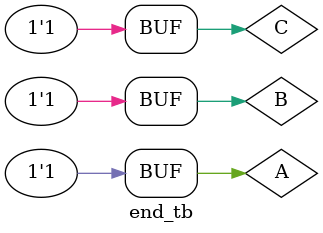
<source format=v>
module subtractor (a,b,c,x,y);

    input  a,b,c;
    output  x,y;
    
    assign x = (a^b)^c;
    assign y = ((!(a&b))&c) + ((!(a&c))&b) + ((!a)&b&c) + (a&b&c);
    
endmodule

module end_tb;

wire X,Y;
reg A,B,C;

subtractor my_gate (.a(A), .b(B), .c(C), .x(X), .y(Y));

initial
    begin
            $monitor (A," ",B," ",C," ",X," ",Y);
            A = 1'b0;
            B = 1'b0;
            C = 1'b0;
            #5
            A = 1'b1;
            B = 1'b0;
            C = 1'b0;
            #5
            A = 1'b0;
            B = 1'b1;
            C = 1'b0;
            #5
            A = 1'b0;
            B = 1'b0;
            C = 1'b1;
            #5
            A = 1'b1;
            B = 1'b1;
            C = 1'b0;
            #5
            A = 1'b1;
            B = 1'b0;
            C = 1'b1;
            #5
            A = 1'b0;
            B = 1'b1;
            C = 1'b1;
            #5
            A = 1'b1;
            B = 1'b1;
            C = 1'b1;

    end


endmodule
</source>
